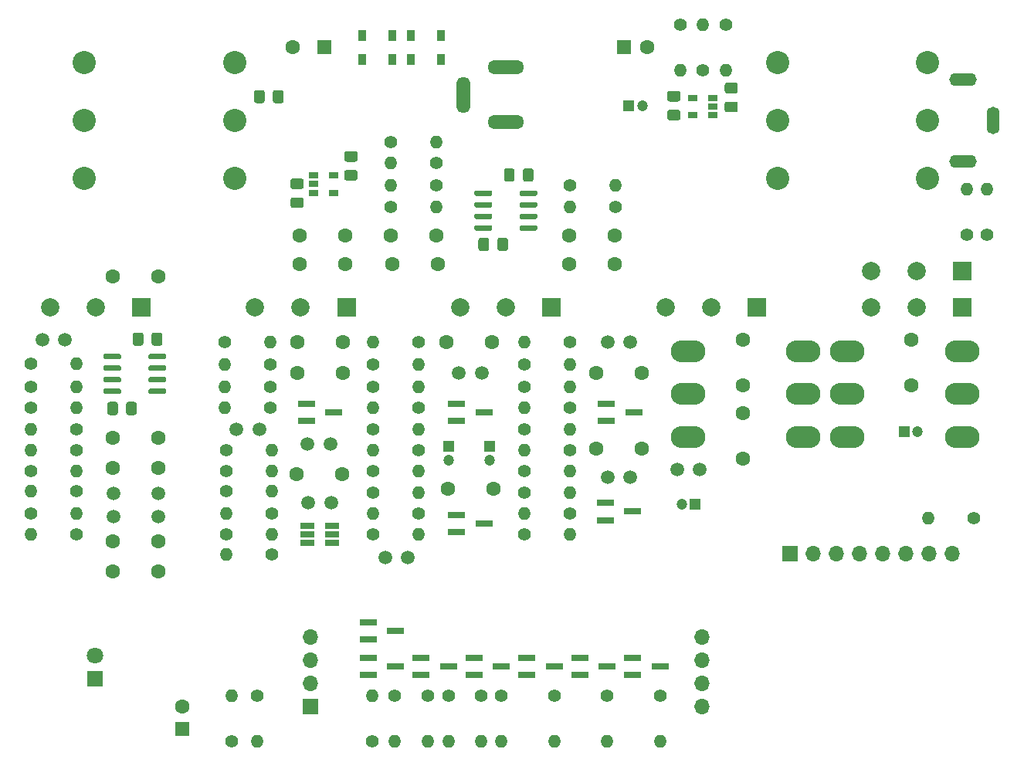
<source format=gbr>
G04 #@! TF.GenerationSoftware,KiCad,Pcbnew,(5.1.10)-1*
G04 #@! TF.CreationDate,2023-12-11T13:39:05-03:30*
G04 #@! TF.ProjectId,tight-distortion,74696768-742d-4646-9973-746f7274696f,rev?*
G04 #@! TF.SameCoordinates,Original*
G04 #@! TF.FileFunction,Soldermask,Top*
G04 #@! TF.FilePolarity,Negative*
%FSLAX46Y46*%
G04 Gerber Fmt 4.6, Leading zero omitted, Abs format (unit mm)*
G04 Created by KiCad (PCBNEW (5.1.10)-1) date 2023-12-11 13:39:05*
%MOMM*%
%LPD*%
G01*
G04 APERTURE LIST*
%ADD10R,1.700000X1.700000*%
%ADD11O,1.700000X1.700000*%
%ADD12O,3.000000X1.400000*%
%ADD13O,1.400000X3.000000*%
%ADD14O,4.000000X1.500000*%
%ADD15O,1.500000X4.000000*%
%ADD16C,2.540000*%
%ADD17C,1.500000*%
%ADD18C,1.600000*%
%ADD19C,1.200000*%
%ADD20R,1.200000X1.200000*%
%ADD21R,1.600000X1.600000*%
%ADD22R,0.900000X1.200000*%
%ADD23R,1.800000X1.800000*%
%ADD24C,1.800000*%
%ADD25R,1.900000X0.800000*%
%ADD26R,1.560000X0.650000*%
%ADD27C,1.400000*%
%ADD28O,1.400000X1.400000*%
%ADD29C,2.000000*%
%ADD30R,2.000000X2.000000*%
%ADD31O,3.800000X2.400000*%
%ADD32R,1.060000X0.650000*%
G04 APERTURE END LIST*
D10*
G04 #@! TO.C,J4*
X-21460000Y-34310000D03*
D11*
X-21460000Y-29230000D03*
X-21460000Y-26690000D03*
X-21460000Y-31770000D03*
X21460000Y-31770000D03*
X21460000Y-26690000D03*
X21460000Y-29230000D03*
X21460000Y-34310000D03*
G04 #@! TD*
D12*
G04 #@! TO.C,G1*
X50100000Y34500000D03*
X50100000Y25500000D03*
D13*
X53400000Y30000000D03*
G04 #@! TD*
D14*
G04 #@! TO.C,J1*
X0Y29800000D03*
X0Y35800000D03*
D15*
X-4700000Y32800000D03*
G04 #@! TD*
D16*
G04 #@! TO.C,J2*
X-46250000Y36350000D03*
X-46250000Y30000000D03*
X-46250000Y23650000D03*
X-29750000Y36350000D03*
X-29750000Y30000000D03*
X-29750000Y23650000D03*
G04 #@! TD*
G04 #@! TO.C,J3*
X46250000Y23650000D03*
X46250000Y30000000D03*
X46250000Y36350000D03*
X29750000Y23650000D03*
X29750000Y30000000D03*
X29750000Y36350000D03*
G04 #@! TD*
D17*
G04 #@! TO.C,C1*
X11150000Y5700000D03*
X13650000Y5700000D03*
G04 #@! TD*
D18*
G04 #@! TO.C,C2*
X44400000Y900000D03*
X44400000Y5900000D03*
G04 #@! TD*
G04 #@! TO.C,C3*
X9900000Y2300000D03*
X14900000Y2300000D03*
G04 #@! TD*
G04 #@! TO.C,C4*
X26000000Y5900000D03*
X26000000Y900000D03*
G04 #@! TD*
G04 #@! TO.C,C5*
X9900000Y-6000000D03*
X14900000Y-6000000D03*
G04 #@! TD*
D19*
G04 #@! TO.C,C6*
X45150000Y-4100000D03*
D20*
X43650000Y-4100000D03*
G04 #@! TD*
D17*
G04 #@! TO.C,C7*
X11150000Y-9100000D03*
X13650000Y-9100000D03*
G04 #@! TD*
D18*
G04 #@! TO.C,C8*
X26000000Y-2100000D03*
X26000000Y-7100000D03*
G04 #@! TD*
D20*
G04 #@! TO.C,C9*
X20750000Y-12100000D03*
D19*
X19250000Y-12100000D03*
G04 #@! TD*
D17*
G04 #@! TO.C,C10*
X18750000Y-8300000D03*
X21250000Y-8300000D03*
G04 #@! TD*
D18*
G04 #@! TO.C,C11*
X-1500000Y5700000D03*
X-6500000Y5700000D03*
G04 #@! TD*
D20*
G04 #@! TO.C,C12*
X-1800000Y-5750000D03*
D19*
X-1800000Y-7250000D03*
G04 #@! TD*
D17*
G04 #@! TO.C,C13*
X-2650000Y2300000D03*
X-5150000Y2300000D03*
G04 #@! TD*
D18*
G04 #@! TO.C,C14*
X-1400000Y-10400000D03*
X-6400000Y-10400000D03*
G04 #@! TD*
D20*
G04 #@! TO.C,C15*
X-6300000Y-5750000D03*
D19*
X-6300000Y-7250000D03*
G04 #@! TD*
D17*
G04 #@! TO.C,C16*
X-10750000Y-17900000D03*
X-13250000Y-17900000D03*
G04 #@! TD*
D18*
G04 #@! TO.C,C17*
X-17900000Y5700000D03*
X-22900000Y5700000D03*
G04 #@! TD*
G04 #@! TO.C,C18*
X-22900000Y2300000D03*
X-17900000Y2300000D03*
G04 #@! TD*
D17*
G04 #@! TO.C,C19*
X-19250000Y-5500000D03*
X-21750000Y-5500000D03*
G04 #@! TD*
D18*
G04 #@! TO.C,C20*
X11900000Y14200000D03*
X6900000Y14200000D03*
G04 #@! TD*
G04 #@! TO.C,C21*
X6900000Y17400000D03*
X11900000Y17400000D03*
G04 #@! TD*
G04 #@! TO.C,C22*
X-7500000Y14200000D03*
X-12500000Y14200000D03*
G04 #@! TD*
G04 #@! TO.C,C23*
X-12600000Y17400000D03*
X-7600000Y17400000D03*
G04 #@! TD*
G04 #@! TO.C,C24*
X-17600000Y14200000D03*
X-22600000Y14200000D03*
G04 #@! TD*
G04 #@! TO.C,C25*
X-22600000Y17400000D03*
X-17600000Y17400000D03*
G04 #@! TD*
D17*
G04 #@! TO.C,C26*
X-27050000Y-3900000D03*
X-29550000Y-3900000D03*
G04 #@! TD*
D18*
G04 #@! TO.C,C27*
X-18000000Y-8800000D03*
X-23000000Y-8800000D03*
G04 #@! TD*
D17*
G04 #@! TO.C,C28*
X-21650000Y-11900000D03*
X-19150000Y-11900000D03*
G04 #@! TD*
D18*
G04 #@! TO.C,C29*
X-43100000Y-4800000D03*
X-38100000Y-4800000D03*
G04 #@! TD*
G04 #@! TO.C,C30*
X-38100000Y-8100000D03*
X-43100000Y-8100000D03*
G04 #@! TD*
G04 #@! TO.C,C31*
X-43100000Y-19500000D03*
X-38100000Y-19500000D03*
G04 #@! TD*
D17*
G04 #@! TO.C,C32*
X-38100000Y-10950000D03*
X-38100000Y-13450000D03*
G04 #@! TD*
G04 #@! TO.C,C33*
X-43000000Y-13450000D03*
X-43000000Y-10950000D03*
G04 #@! TD*
D18*
G04 #@! TO.C,C34*
X-43100000Y-16200000D03*
X-38100000Y-16200000D03*
G04 #@! TD*
D17*
G04 #@! TO.C,C35*
X-50850000Y5900000D03*
X-48350000Y5900000D03*
G04 #@! TD*
D18*
G04 #@! TO.C,C36*
X-43100000Y12900000D03*
X-38100000Y12900000D03*
G04 #@! TD*
D21*
G04 #@! TO.C,C37*
X-19900000Y38000000D03*
D18*
X-23400000Y38000000D03*
G04 #@! TD*
D21*
G04 #@! TO.C,C38*
X12950000Y38000000D03*
D18*
X15450000Y38000000D03*
G04 #@! TD*
D19*
G04 #@! TO.C,C39*
X14950000Y31600000D03*
D20*
X13450000Y31600000D03*
G04 #@! TD*
D18*
G04 #@! TO.C,C40*
X-35500000Y-34250000D03*
D21*
X-35500000Y-36750000D03*
G04 #@! TD*
G04 #@! TO.C,C41*
G36*
G01*
X-37675000Y6475000D02*
X-37675000Y5525000D01*
G75*
G02*
X-37925000Y5275000I-250000J0D01*
G01*
X-38600000Y5275000D01*
G75*
G02*
X-38850000Y5525000I0J250000D01*
G01*
X-38850000Y6475000D01*
G75*
G02*
X-38600000Y6725000I250000J0D01*
G01*
X-37925000Y6725000D01*
G75*
G02*
X-37675000Y6475000I0J-250000D01*
G01*
G37*
G36*
G01*
X-39750000Y6475000D02*
X-39750000Y5525000D01*
G75*
G02*
X-40000000Y5275000I-250000J0D01*
G01*
X-40675000Y5275000D01*
G75*
G02*
X-40925000Y5525000I0J250000D01*
G01*
X-40925000Y6475000D01*
G75*
G02*
X-40675000Y6725000I250000J0D01*
G01*
X-40000000Y6725000D01*
G75*
G02*
X-39750000Y6475000I0J-250000D01*
G01*
G37*
G04 #@! TD*
G04 #@! TO.C,C42*
G36*
G01*
X-42550000Y-1125000D02*
X-42550000Y-2075000D01*
G75*
G02*
X-42800000Y-2325000I-250000J0D01*
G01*
X-43475000Y-2325000D01*
G75*
G02*
X-43725000Y-2075000I0J250000D01*
G01*
X-43725000Y-1125000D01*
G75*
G02*
X-43475000Y-875000I250000J0D01*
G01*
X-42800000Y-875000D01*
G75*
G02*
X-42550000Y-1125000I0J-250000D01*
G01*
G37*
G36*
G01*
X-40475000Y-1125000D02*
X-40475000Y-2075000D01*
G75*
G02*
X-40725000Y-2325000I-250000J0D01*
G01*
X-41400000Y-2325000D01*
G75*
G02*
X-41650000Y-2075000I0J250000D01*
G01*
X-41650000Y-1125000D01*
G75*
G02*
X-41400000Y-875000I250000J0D01*
G01*
X-40725000Y-875000D01*
G75*
G02*
X-40475000Y-1125000I0J-250000D01*
G01*
G37*
G04 #@! TD*
G04 #@! TO.C,C43*
G36*
G01*
X3025000Y24475000D02*
X3025000Y23525000D01*
G75*
G02*
X2775000Y23275000I-250000J0D01*
G01*
X2100000Y23275000D01*
G75*
G02*
X1850000Y23525000I0J250000D01*
G01*
X1850000Y24475000D01*
G75*
G02*
X2100000Y24725000I250000J0D01*
G01*
X2775000Y24725000D01*
G75*
G02*
X3025000Y24475000I0J-250000D01*
G01*
G37*
G36*
G01*
X950000Y24475000D02*
X950000Y23525000D01*
G75*
G02*
X700000Y23275000I-250000J0D01*
G01*
X25000Y23275000D01*
G75*
G02*
X-225000Y23525000I0J250000D01*
G01*
X-225000Y24475000D01*
G75*
G02*
X25000Y24725000I250000J0D01*
G01*
X700000Y24725000D01*
G75*
G02*
X950000Y24475000I0J-250000D01*
G01*
G37*
G04 #@! TD*
G04 #@! TO.C,C44*
G36*
G01*
X-1850000Y16875000D02*
X-1850000Y15925000D01*
G75*
G02*
X-2100000Y15675000I-250000J0D01*
G01*
X-2775000Y15675000D01*
G75*
G02*
X-3025000Y15925000I0J250000D01*
G01*
X-3025000Y16875000D01*
G75*
G02*
X-2775000Y17125000I250000J0D01*
G01*
X-2100000Y17125000D01*
G75*
G02*
X-1850000Y16875000I0J-250000D01*
G01*
G37*
G36*
G01*
X225000Y16875000D02*
X225000Y15925000D01*
G75*
G02*
X-25000Y15675000I-250000J0D01*
G01*
X-700000Y15675000D01*
G75*
G02*
X-950000Y15925000I0J250000D01*
G01*
X-950000Y16875000D01*
G75*
G02*
X-700000Y17125000I250000J0D01*
G01*
X-25000Y17125000D01*
G75*
G02*
X225000Y16875000I0J-250000D01*
G01*
G37*
G04 #@! TD*
G04 #@! TO.C,C45*
G36*
G01*
X-16525000Y23375000D02*
X-17475000Y23375000D01*
G75*
G02*
X-17725000Y23625000I0J250000D01*
G01*
X-17725000Y24300000D01*
G75*
G02*
X-17475000Y24550000I250000J0D01*
G01*
X-16525000Y24550000D01*
G75*
G02*
X-16275000Y24300000I0J-250000D01*
G01*
X-16275000Y23625000D01*
G75*
G02*
X-16525000Y23375000I-250000J0D01*
G01*
G37*
G36*
G01*
X-16525000Y25450000D02*
X-17475000Y25450000D01*
G75*
G02*
X-17725000Y25700000I0J250000D01*
G01*
X-17725000Y26375000D01*
G75*
G02*
X-17475000Y26625000I250000J0D01*
G01*
X-16525000Y26625000D01*
G75*
G02*
X-16275000Y26375000I0J-250000D01*
G01*
X-16275000Y25700000D01*
G75*
G02*
X-16525000Y25450000I-250000J0D01*
G01*
G37*
G04 #@! TD*
G04 #@! TO.C,C46*
G36*
G01*
X-22425000Y22450000D02*
X-23375000Y22450000D01*
G75*
G02*
X-23625000Y22700000I0J250000D01*
G01*
X-23625000Y23375000D01*
G75*
G02*
X-23375000Y23625000I250000J0D01*
G01*
X-22425000Y23625000D01*
G75*
G02*
X-22175000Y23375000I0J-250000D01*
G01*
X-22175000Y22700000D01*
G75*
G02*
X-22425000Y22450000I-250000J0D01*
G01*
G37*
G36*
G01*
X-22425000Y20375000D02*
X-23375000Y20375000D01*
G75*
G02*
X-23625000Y20625000I0J250000D01*
G01*
X-23625000Y21300000D01*
G75*
G02*
X-23375000Y21550000I250000J0D01*
G01*
X-22425000Y21550000D01*
G75*
G02*
X-22175000Y21300000I0J-250000D01*
G01*
X-22175000Y20625000D01*
G75*
G02*
X-22425000Y20375000I-250000J0D01*
G01*
G37*
G04 #@! TD*
G04 #@! TO.C,C47*
G36*
G01*
X18875000Y29975000D02*
X17925000Y29975000D01*
G75*
G02*
X17675000Y30225000I0J250000D01*
G01*
X17675000Y30900000D01*
G75*
G02*
X17925000Y31150000I250000J0D01*
G01*
X18875000Y31150000D01*
G75*
G02*
X19125000Y30900000I0J-250000D01*
G01*
X19125000Y30225000D01*
G75*
G02*
X18875000Y29975000I-250000J0D01*
G01*
G37*
G36*
G01*
X18875000Y32050000D02*
X17925000Y32050000D01*
G75*
G02*
X17675000Y32300000I0J250000D01*
G01*
X17675000Y32975000D01*
G75*
G02*
X17925000Y33225000I250000J0D01*
G01*
X18875000Y33225000D01*
G75*
G02*
X19125000Y32975000I0J-250000D01*
G01*
X19125000Y32300000D01*
G75*
G02*
X18875000Y32050000I-250000J0D01*
G01*
G37*
G04 #@! TD*
G04 #@! TO.C,C48*
G36*
G01*
X24225000Y32050000D02*
X25175000Y32050000D01*
G75*
G02*
X25425000Y31800000I0J-250000D01*
G01*
X25425000Y31125000D01*
G75*
G02*
X25175000Y30875000I-250000J0D01*
G01*
X24225000Y30875000D01*
G75*
G02*
X23975000Y31125000I0J250000D01*
G01*
X23975000Y31800000D01*
G75*
G02*
X24225000Y32050000I250000J0D01*
G01*
G37*
G36*
G01*
X24225000Y34125000D02*
X25175000Y34125000D01*
G75*
G02*
X25425000Y33875000I0J-250000D01*
G01*
X25425000Y33200000D01*
G75*
G02*
X25175000Y32950000I-250000J0D01*
G01*
X24225000Y32950000D01*
G75*
G02*
X23975000Y33200000I0J250000D01*
G01*
X23975000Y33875000D01*
G75*
G02*
X24225000Y34125000I250000J0D01*
G01*
G37*
G04 #@! TD*
D22*
G04 #@! TO.C,D1*
X-7150000Y39300000D03*
X-10450000Y39300000D03*
G04 #@! TD*
G04 #@! TO.C,D2*
X-10450000Y36700000D03*
X-7150000Y36700000D03*
G04 #@! TD*
G04 #@! TO.C,D3*
X-15750000Y39300000D03*
X-12450000Y39300000D03*
G04 #@! TD*
G04 #@! TO.C,D4*
X-12450000Y36700000D03*
X-15750000Y36700000D03*
G04 #@! TD*
D23*
G04 #@! TO.C,D5*
X-45050000Y-31270000D03*
D24*
X-45050000Y-28730000D03*
G04 #@! TD*
D11*
G04 #@! TO.C,J5*
X38730000Y-17500000D03*
X43810000Y-17500000D03*
X46350000Y-17500000D03*
X36190000Y-17500000D03*
X41270000Y-17500000D03*
X48890000Y-17500000D03*
D10*
X31110000Y-17500000D03*
D11*
X33650000Y-17500000D03*
G04 #@! TD*
D25*
G04 #@! TO.C,Q1*
X14000000Y-2000000D03*
X11000000Y-2950000D03*
X11000000Y-1050000D03*
G04 #@! TD*
G04 #@! TO.C,Q2*
X13900000Y-12900000D03*
X10900000Y-13850000D03*
X10900000Y-11950000D03*
G04 #@! TD*
G04 #@! TO.C,Q3*
X-5400000Y-1050000D03*
X-5400000Y-2950000D03*
X-2400000Y-2000000D03*
G04 #@! TD*
G04 #@! TO.C,Q4*
X-5400000Y-13250000D03*
X-5400000Y-15150000D03*
X-2400000Y-14200000D03*
G04 #@! TD*
G04 #@! TO.C,Q5*
X-21900000Y-1050000D03*
X-21900000Y-2950000D03*
X-18900000Y-2000000D03*
G04 #@! TD*
D26*
G04 #@! TO.C,Q6*
X-21750000Y-14450000D03*
X-21750000Y-15400000D03*
X-21750000Y-16350000D03*
X-19050000Y-16350000D03*
X-19050000Y-14450000D03*
X-19050000Y-15400000D03*
G04 #@! TD*
D25*
G04 #@! TO.C,Q7*
X-12100000Y-29900000D03*
X-15100000Y-30850000D03*
X-15100000Y-28950000D03*
G04 #@! TD*
G04 #@! TO.C,Q8*
X-15100000Y-25050000D03*
X-15100000Y-26950000D03*
X-12100000Y-26000000D03*
G04 #@! TD*
G04 #@! TO.C,Q9*
X13900000Y-28950000D03*
X13900000Y-30850000D03*
X16900000Y-29900000D03*
G04 #@! TD*
G04 #@! TO.C,Q10*
X11100000Y-29900000D03*
X8100000Y-30850000D03*
X8100000Y-28950000D03*
G04 #@! TD*
G04 #@! TO.C,Q11*
X5300000Y-29900000D03*
X2300000Y-30850000D03*
X2300000Y-28950000D03*
G04 #@! TD*
G04 #@! TO.C,Q12*
X-500000Y-29900000D03*
X-3500000Y-30850000D03*
X-3500000Y-28950000D03*
G04 #@! TD*
G04 #@! TO.C,Q13*
X-9300000Y-28950000D03*
X-9300000Y-30850000D03*
X-6300000Y-29900000D03*
G04 #@! TD*
D27*
G04 #@! TO.C,R1*
X7000000Y5700000D03*
D28*
X2000000Y5700000D03*
G04 #@! TD*
D27*
G04 #@! TO.C,R2*
X2000000Y3200000D03*
D28*
X7000000Y3200000D03*
G04 #@! TD*
D27*
G04 #@! TO.C,R3*
X2000000Y800000D03*
D28*
X7000000Y800000D03*
G04 #@! TD*
G04 #@! TO.C,R4*
X7000000Y-3900000D03*
D27*
X2000000Y-3900000D03*
G04 #@! TD*
D28*
G04 #@! TO.C,R5*
X2000000Y-1500000D03*
D27*
X7000000Y-1500000D03*
G04 #@! TD*
G04 #@! TO.C,R6*
X7000000Y-6200000D03*
D28*
X2000000Y-6200000D03*
G04 #@! TD*
G04 #@! TO.C,R7*
X7000000Y-8500000D03*
D27*
X2000000Y-8500000D03*
G04 #@! TD*
D28*
G04 #@! TO.C,R8*
X52750000Y22450000D03*
D27*
X52750000Y17450000D03*
G04 #@! TD*
D28*
G04 #@! TO.C,R9*
X7000000Y-10800000D03*
D27*
X2000000Y-10800000D03*
G04 #@! TD*
G04 #@! TO.C,R10*
X2000000Y-15400000D03*
D28*
X7000000Y-15400000D03*
G04 #@! TD*
D27*
G04 #@! TO.C,R11*
X7000000Y-13100000D03*
D28*
X2000000Y-13100000D03*
G04 #@! TD*
G04 #@! TO.C,R12*
X-14600000Y5700000D03*
D27*
X-9600000Y5700000D03*
G04 #@! TD*
G04 #@! TO.C,R13*
X-14600000Y3200000D03*
D28*
X-9600000Y3200000D03*
G04 #@! TD*
D27*
G04 #@! TO.C,R14*
X50500000Y17450000D03*
D28*
X50500000Y22450000D03*
G04 #@! TD*
D27*
G04 #@! TO.C,R15*
X-14600000Y800000D03*
D28*
X-9600000Y800000D03*
G04 #@! TD*
G04 #@! TO.C,R16*
X-9600000Y-3900000D03*
D27*
X-14600000Y-3900000D03*
G04 #@! TD*
D28*
G04 #@! TO.C,R17*
X-14600000Y-1500000D03*
D27*
X-9600000Y-1500000D03*
G04 #@! TD*
G04 #@! TO.C,R18*
X-9600000Y-6200000D03*
D28*
X-14600000Y-6200000D03*
G04 #@! TD*
D27*
G04 #@! TO.C,R19*
X-14600000Y-8500000D03*
D28*
X-9600000Y-8500000D03*
G04 #@! TD*
G04 #@! TO.C,R20*
X-9600000Y-10800000D03*
D27*
X-14600000Y-10800000D03*
G04 #@! TD*
D28*
G04 #@! TO.C,R21*
X-9600000Y-15400000D03*
D27*
X-14600000Y-15400000D03*
G04 #@! TD*
D28*
G04 #@! TO.C,R22*
X-14600000Y-13100000D03*
D27*
X-9600000Y-13100000D03*
G04 #@! TD*
G04 #@! TO.C,R23*
X-30800000Y5700000D03*
D28*
X-25800000Y5700000D03*
G04 #@! TD*
G04 #@! TO.C,R24*
X-30800000Y3200000D03*
D27*
X-25800000Y3200000D03*
G04 #@! TD*
G04 #@! TO.C,R25*
X-25800000Y800000D03*
D28*
X-30800000Y800000D03*
G04 #@! TD*
G04 #@! TO.C,R26*
X7000000Y20500000D03*
D27*
X12000000Y20500000D03*
G04 #@! TD*
G04 #@! TO.C,R27*
X-30700000Y-6200000D03*
D28*
X-25700000Y-6200000D03*
G04 #@! TD*
D27*
G04 #@! TO.C,R28*
X7000000Y22900000D03*
D28*
X12000000Y22900000D03*
G04 #@! TD*
G04 #@! TO.C,R29*
X-7600000Y20500000D03*
D27*
X-12600000Y20500000D03*
G04 #@! TD*
G04 #@! TO.C,R30*
X-7600000Y22900000D03*
D28*
X-12600000Y22900000D03*
G04 #@! TD*
G04 #@! TO.C,R31*
X-12600000Y25300000D03*
D27*
X-7600000Y25300000D03*
G04 #@! TD*
G04 #@! TO.C,R32*
X-12600000Y27600000D03*
D28*
X-7600000Y27600000D03*
G04 #@! TD*
G04 #@! TO.C,R33*
X-30800000Y-1500000D03*
D27*
X-25800000Y-1500000D03*
G04 #@! TD*
D28*
G04 #@! TO.C,R34*
X-30700000Y-13100000D03*
D27*
X-25700000Y-13100000D03*
G04 #@! TD*
D28*
G04 #@! TO.C,R35*
X-25700000Y-15400000D03*
D27*
X-30700000Y-15400000D03*
G04 #@! TD*
G04 #@! TO.C,R36*
X-30700000Y-8500000D03*
D28*
X-25700000Y-8500000D03*
G04 #@! TD*
G04 #@! TO.C,R37*
X-25700000Y-10700000D03*
D27*
X-30700000Y-10700000D03*
G04 #@! TD*
D28*
G04 #@! TO.C,R38*
X-30700000Y-17600000D03*
D27*
X-25700000Y-17600000D03*
G04 #@! TD*
D28*
G04 #@! TO.C,R39*
X-52100000Y-3900000D03*
D27*
X-47100000Y-3900000D03*
G04 #@! TD*
G04 #@! TO.C,R40*
X-47100000Y-6200000D03*
D28*
X-52100000Y-6200000D03*
G04 #@! TD*
D27*
G04 #@! TO.C,R41*
X-47100000Y-15400000D03*
D28*
X-52100000Y-15400000D03*
G04 #@! TD*
D27*
G04 #@! TO.C,R42*
X-52100000Y-13100000D03*
D28*
X-47100000Y-13100000D03*
G04 #@! TD*
G04 #@! TO.C,R43*
X-47100000Y-8500000D03*
D27*
X-52100000Y-8500000D03*
G04 #@! TD*
G04 #@! TO.C,R44*
X-52100000Y800000D03*
D28*
X-47100000Y800000D03*
G04 #@! TD*
G04 #@! TO.C,R45*
X-47100000Y-1500000D03*
D27*
X-52100000Y-1500000D03*
G04 #@! TD*
G04 #@! TO.C,R46*
X-52100000Y3300000D03*
D28*
X-47100000Y3300000D03*
G04 #@! TD*
G04 #@! TO.C,R47*
X-52100000Y-10700000D03*
D27*
X-47100000Y-10700000D03*
G04 #@! TD*
D28*
G04 #@! TO.C,R48*
X-14700000Y-33100000D03*
D27*
X-14700000Y-38100000D03*
G04 #@! TD*
G04 #@! TO.C,R49*
X-12200000Y-33100000D03*
D28*
X-12200000Y-38100000D03*
G04 #@! TD*
D27*
G04 #@! TO.C,R50*
X16900000Y-33100000D03*
D28*
X16900000Y-38100000D03*
G04 #@! TD*
G04 #@! TO.C,R51*
X11100000Y-38100000D03*
D27*
X11100000Y-33100000D03*
G04 #@! TD*
G04 #@! TO.C,R52*
X5300000Y-33100000D03*
D28*
X5300000Y-38100000D03*
G04 #@! TD*
G04 #@! TO.C,R53*
X-500000Y-38100000D03*
D27*
X-500000Y-33100000D03*
G04 #@! TD*
G04 #@! TO.C,R54*
X-6300000Y-33100000D03*
D28*
X-6300000Y-38100000D03*
G04 #@! TD*
D27*
G04 #@! TO.C,R55*
X19100000Y40500000D03*
D28*
X19100000Y35500000D03*
G04 #@! TD*
D27*
G04 #@! TO.C,R56*
X21600000Y35500000D03*
D28*
X21600000Y40500000D03*
G04 #@! TD*
G04 #@! TO.C,R57*
X24100000Y35500000D03*
D27*
X24100000Y40500000D03*
G04 #@! TD*
G04 #@! TO.C,R58*
X-30100000Y-38100000D03*
D28*
X-30100000Y-33100000D03*
G04 #@! TD*
G04 #@! TO.C,R59*
X-27300000Y-38100000D03*
D27*
X-27300000Y-33100000D03*
G04 #@! TD*
D28*
G04 #@! TO.C,R60*
X46300000Y-13600000D03*
D27*
X51300000Y-13600000D03*
G04 #@! TD*
D29*
G04 #@! TO.C,RV1*
X40000000Y9500000D03*
X45000000Y9500000D03*
D30*
X50000000Y9500000D03*
D29*
X45000000Y13500000D03*
D30*
X50000000Y13500000D03*
D29*
X40000000Y13500000D03*
G04 #@! TD*
D30*
G04 #@! TO.C,RV2*
X27500000Y9500000D03*
D29*
X22500000Y9500000D03*
X17500000Y9500000D03*
G04 #@! TD*
G04 #@! TO.C,RV3*
X-5000000Y9500000D03*
X0Y9500000D03*
D30*
X5000000Y9500000D03*
G04 #@! TD*
G04 #@! TO.C,RV4*
X-17500000Y9500000D03*
D29*
X-22500000Y9500000D03*
X-27500000Y9500000D03*
G04 #@! TD*
G04 #@! TO.C,RV5*
X-50000000Y9500000D03*
X-45000000Y9500000D03*
D30*
X-40000000Y9500000D03*
G04 #@! TD*
D31*
G04 #@! TO.C,SW1*
X32600000Y4700000D03*
X32600000Y0D03*
X32600000Y-4700000D03*
X37400000Y4700000D03*
X37400000Y0D03*
X37400000Y-4700000D03*
G04 #@! TD*
G04 #@! TO.C,SW2*
X50000000Y4700000D03*
X50000000Y0D03*
X50000000Y-4700000D03*
G04 #@! TD*
G04 #@! TO.C,SW3*
X20000000Y-4700000D03*
X20000000Y0D03*
X20000000Y4700000D03*
G04 #@! TD*
G04 #@! TO.C,U1*
G36*
G01*
X1500000Y21855000D02*
X1500000Y22155000D01*
G75*
G02*
X1650000Y22305000I150000J0D01*
G01*
X3300000Y22305000D01*
G75*
G02*
X3450000Y22155000I0J-150000D01*
G01*
X3450000Y21855000D01*
G75*
G02*
X3300000Y21705000I-150000J0D01*
G01*
X1650000Y21705000D01*
G75*
G02*
X1500000Y21855000I0J150000D01*
G01*
G37*
G36*
G01*
X1500000Y20585000D02*
X1500000Y20885000D01*
G75*
G02*
X1650000Y21035000I150000J0D01*
G01*
X3300000Y21035000D01*
G75*
G02*
X3450000Y20885000I0J-150000D01*
G01*
X3450000Y20585000D01*
G75*
G02*
X3300000Y20435000I-150000J0D01*
G01*
X1650000Y20435000D01*
G75*
G02*
X1500000Y20585000I0J150000D01*
G01*
G37*
G36*
G01*
X1500000Y19315000D02*
X1500000Y19615000D01*
G75*
G02*
X1650000Y19765000I150000J0D01*
G01*
X3300000Y19765000D01*
G75*
G02*
X3450000Y19615000I0J-150000D01*
G01*
X3450000Y19315000D01*
G75*
G02*
X3300000Y19165000I-150000J0D01*
G01*
X1650000Y19165000D01*
G75*
G02*
X1500000Y19315000I0J150000D01*
G01*
G37*
G36*
G01*
X1500000Y18045000D02*
X1500000Y18345000D01*
G75*
G02*
X1650000Y18495000I150000J0D01*
G01*
X3300000Y18495000D01*
G75*
G02*
X3450000Y18345000I0J-150000D01*
G01*
X3450000Y18045000D01*
G75*
G02*
X3300000Y17895000I-150000J0D01*
G01*
X1650000Y17895000D01*
G75*
G02*
X1500000Y18045000I0J150000D01*
G01*
G37*
G36*
G01*
X-3450000Y18045000D02*
X-3450000Y18345000D01*
G75*
G02*
X-3300000Y18495000I150000J0D01*
G01*
X-1650000Y18495000D01*
G75*
G02*
X-1500000Y18345000I0J-150000D01*
G01*
X-1500000Y18045000D01*
G75*
G02*
X-1650000Y17895000I-150000J0D01*
G01*
X-3300000Y17895000D01*
G75*
G02*
X-3450000Y18045000I0J150000D01*
G01*
G37*
G36*
G01*
X-3450000Y19315000D02*
X-3450000Y19615000D01*
G75*
G02*
X-3300000Y19765000I150000J0D01*
G01*
X-1650000Y19765000D01*
G75*
G02*
X-1500000Y19615000I0J-150000D01*
G01*
X-1500000Y19315000D01*
G75*
G02*
X-1650000Y19165000I-150000J0D01*
G01*
X-3300000Y19165000D01*
G75*
G02*
X-3450000Y19315000I0J150000D01*
G01*
G37*
G36*
G01*
X-3450000Y20585000D02*
X-3450000Y20885000D01*
G75*
G02*
X-3300000Y21035000I150000J0D01*
G01*
X-1650000Y21035000D01*
G75*
G02*
X-1500000Y20885000I0J-150000D01*
G01*
X-1500000Y20585000D01*
G75*
G02*
X-1650000Y20435000I-150000J0D01*
G01*
X-3300000Y20435000D01*
G75*
G02*
X-3450000Y20585000I0J150000D01*
G01*
G37*
G36*
G01*
X-3450000Y21855000D02*
X-3450000Y22155000D01*
G75*
G02*
X-3300000Y22305000I150000J0D01*
G01*
X-1650000Y22305000D01*
G75*
G02*
X-1500000Y22155000I0J-150000D01*
G01*
X-1500000Y21855000D01*
G75*
G02*
X-1650000Y21705000I-150000J0D01*
G01*
X-3300000Y21705000D01*
G75*
G02*
X-3450000Y21855000I0J150000D01*
G01*
G37*
G04 #@! TD*
D32*
G04 #@! TO.C,U2*
X-18900000Y23950000D03*
X-18900000Y22050000D03*
X-21100000Y22050000D03*
X-21100000Y23000000D03*
X-21100000Y23950000D03*
G04 #@! TD*
G04 #@! TO.C,U3*
G36*
G01*
X-44150000Y3955000D02*
X-44150000Y4255000D01*
G75*
G02*
X-44000000Y4405000I150000J0D01*
G01*
X-42350000Y4405000D01*
G75*
G02*
X-42200000Y4255000I0J-150000D01*
G01*
X-42200000Y3955000D01*
G75*
G02*
X-42350000Y3805000I-150000J0D01*
G01*
X-44000000Y3805000D01*
G75*
G02*
X-44150000Y3955000I0J150000D01*
G01*
G37*
G36*
G01*
X-44150000Y2685000D02*
X-44150000Y2985000D01*
G75*
G02*
X-44000000Y3135000I150000J0D01*
G01*
X-42350000Y3135000D01*
G75*
G02*
X-42200000Y2985000I0J-150000D01*
G01*
X-42200000Y2685000D01*
G75*
G02*
X-42350000Y2535000I-150000J0D01*
G01*
X-44000000Y2535000D01*
G75*
G02*
X-44150000Y2685000I0J150000D01*
G01*
G37*
G36*
G01*
X-44150000Y1415000D02*
X-44150000Y1715000D01*
G75*
G02*
X-44000000Y1865000I150000J0D01*
G01*
X-42350000Y1865000D01*
G75*
G02*
X-42200000Y1715000I0J-150000D01*
G01*
X-42200000Y1415000D01*
G75*
G02*
X-42350000Y1265000I-150000J0D01*
G01*
X-44000000Y1265000D01*
G75*
G02*
X-44150000Y1415000I0J150000D01*
G01*
G37*
G36*
G01*
X-44150000Y145000D02*
X-44150000Y445000D01*
G75*
G02*
X-44000000Y595000I150000J0D01*
G01*
X-42350000Y595000D01*
G75*
G02*
X-42200000Y445000I0J-150000D01*
G01*
X-42200000Y145000D01*
G75*
G02*
X-42350000Y-5000I-150000J0D01*
G01*
X-44000000Y-5000D01*
G75*
G02*
X-44150000Y145000I0J150000D01*
G01*
G37*
G36*
G01*
X-39200000Y145000D02*
X-39200000Y445000D01*
G75*
G02*
X-39050000Y595000I150000J0D01*
G01*
X-37400000Y595000D01*
G75*
G02*
X-37250000Y445000I0J-150000D01*
G01*
X-37250000Y145000D01*
G75*
G02*
X-37400000Y-5000I-150000J0D01*
G01*
X-39050000Y-5000D01*
G75*
G02*
X-39200000Y145000I0J150000D01*
G01*
G37*
G36*
G01*
X-39200000Y1415000D02*
X-39200000Y1715000D01*
G75*
G02*
X-39050000Y1865000I150000J0D01*
G01*
X-37400000Y1865000D01*
G75*
G02*
X-37250000Y1715000I0J-150000D01*
G01*
X-37250000Y1415000D01*
G75*
G02*
X-37400000Y1265000I-150000J0D01*
G01*
X-39050000Y1265000D01*
G75*
G02*
X-39200000Y1415000I0J150000D01*
G01*
G37*
G36*
G01*
X-39200000Y2685000D02*
X-39200000Y2985000D01*
G75*
G02*
X-39050000Y3135000I150000J0D01*
G01*
X-37400000Y3135000D01*
G75*
G02*
X-37250000Y2985000I0J-150000D01*
G01*
X-37250000Y2685000D01*
G75*
G02*
X-37400000Y2535000I-150000J0D01*
G01*
X-39050000Y2535000D01*
G75*
G02*
X-39200000Y2685000I0J150000D01*
G01*
G37*
G36*
G01*
X-39200000Y3955000D02*
X-39200000Y4255000D01*
G75*
G02*
X-39050000Y4405000I150000J0D01*
G01*
X-37400000Y4405000D01*
G75*
G02*
X-37250000Y4255000I0J-150000D01*
G01*
X-37250000Y3955000D01*
G75*
G02*
X-37400000Y3805000I-150000J0D01*
G01*
X-39050000Y3805000D01*
G75*
G02*
X-39200000Y3955000I0J150000D01*
G01*
G37*
G04 #@! TD*
G04 #@! TO.C,U4*
X22700000Y30550000D03*
X22700000Y31500000D03*
X22700000Y32450000D03*
X20500000Y32450000D03*
X20500000Y30550000D03*
G04 #@! TD*
D28*
G04 #@! TO.C,R61*
X-2700000Y-38100000D03*
D27*
X-2700000Y-33100000D03*
G04 #@! TD*
G04 #@! TO.C,R62*
X-8600000Y-33100000D03*
D28*
X-8600000Y-38100000D03*
G04 #@! TD*
G04 #@! TO.C,C49*
G36*
G01*
X-24375000Y33075000D02*
X-24375000Y32125000D01*
G75*
G02*
X-24625000Y31875000I-250000J0D01*
G01*
X-25300000Y31875000D01*
G75*
G02*
X-25550000Y32125000I0J250000D01*
G01*
X-25550000Y33075000D01*
G75*
G02*
X-25300000Y33325000I250000J0D01*
G01*
X-24625000Y33325000D01*
G75*
G02*
X-24375000Y33075000I0J-250000D01*
G01*
G37*
G36*
G01*
X-26450000Y33075000D02*
X-26450000Y32125000D01*
G75*
G02*
X-26700000Y31875000I-250000J0D01*
G01*
X-27375000Y31875000D01*
G75*
G02*
X-27625000Y32125000I0J250000D01*
G01*
X-27625000Y33075000D01*
G75*
G02*
X-27375000Y33325000I250000J0D01*
G01*
X-26700000Y33325000D01*
G75*
G02*
X-26450000Y33075000I0J-250000D01*
G01*
G37*
G04 #@! TD*
M02*

</source>
